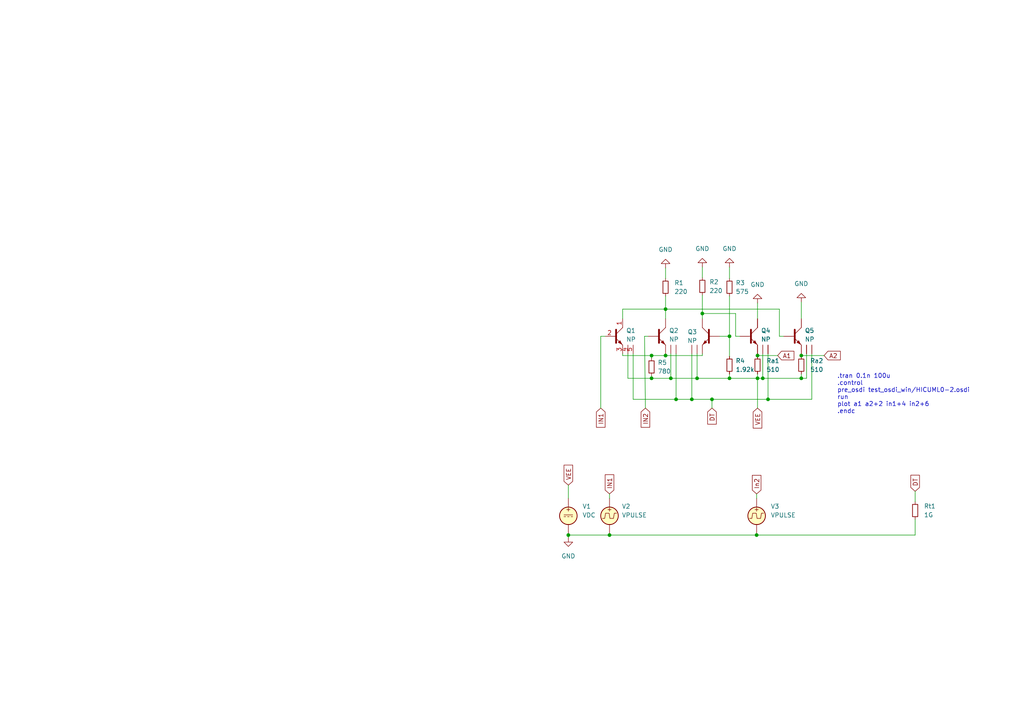
<source format=kicad_sch>
(kicad_sch (version 20211123) (generator eeschema)

  (uuid 35461762-06be-4c9e-bf12-e38db35c4dcf)

  (paper "A4")

  (lib_symbols
    (symbol "BCV61_1" (pin_names (offset 0) hide) (in_bom yes) (on_board yes)
      (property "Reference" "Q1" (id 0) (at 6.096 1.6511 0)
        (effects (font (size 1.27 1.27)) (justify left))
      )
      (property "Value" "NP" (id 1) (at 6.096 -0.8889 0)
        (effects (font (size 1.27 1.27)) (justify left))
      )
      (property "Footprint" "" (id 2) (at 0 0 0)
        (effects (font (size 1.27 1.27) italic) hide)
      )
      (property "Datasheet" "" (id 3) (at -2.54 0 0)
        (effects (font (size 1.27 1.27)) (justify left) hide)
      )
      (property "Spice_Primitive" "Q" (id 4) (at 0 0 0)
        (effects (font (size 1.27 1.27)) hide)
      )
      (property "Spice_Model" "NP" (id 5) (at 0 0 0)
        (effects (font (size 1.27 1.27)) hide)
      )
      (property "Spice_Netlist_Enabled" "Y" (id 6) (at 0 0 0)
        (effects (font (size 1.27 1.27)) hide)
      )
      (property "Spice_Lib_File" "bipmod.lib" (id 7) (at 0 0 0)
        (effects (font (size 1.27 1.27)) hide)
      )
      (property "ki_keywords" "Transistor Double NPN" (id 8) (at 0 0 0)
        (effects (font (size 1.27 1.27)) hide)
      )
      (property "ki_description" "100mA IC, 30V Vce, Double NPN Transistors, Current mirror configuration, SOT-143" (id 9) (at 0 0 0)
        (effects (font (size 1.27 1.27)) hide)
      )
      (property "ki_fp_filters" "SOT?143*" (id 10) (at 0 0 0)
        (effects (font (size 1.27 1.27)) hide)
      )
      (symbol "BCV61_1_0_0"
        (pin passive line (at 6.604 -5.08 90) (length 2.54)
          (name "S" (effects (font (size 1.27 1.27))))
          (number "4" (effects (font (size 1.27 1.27))))
        )
        (pin passive line (at 8.128 -5.08 90) (length 2.54)
          (name "DT" (effects (font (size 1.27 1.27))))
          (number "5" (effects (font (size 1.27 1.27))))
        )
      )
      (symbol "BCV61_1_0_1"
        (polyline
          (pts
            (xy 2.54 0)
            (xy 3.302 0)
          )
          (stroke (width 0.1524) (type default) (color 0 0 0 0))
          (fill (type none))
        )
        (polyline
          (pts
            (xy 5.08 -2.54)
            (xy 3.175 -0.635)
          )
          (stroke (width 0) (type default) (color 0 0 0 0))
          (fill (type none))
        )
        (polyline
          (pts
            (xy 5.08 2.54)
            (xy 3.175 0.635)
          )
          (stroke (width 0) (type default) (color 0 0 0 0))
          (fill (type none))
        )
        (polyline
          (pts
            (xy 3.175 -1.905)
            (xy 3.175 1.905)
            (xy 3.175 1.905)
          )
          (stroke (width 0.508) (type default) (color 0 0 0 0))
          (fill (type outline))
        )
        (polyline
          (pts
            (xy 3.81 -1.778)
            (xy 4.318 -1.27)
            (xy 4.826 -2.286)
            (xy 3.81 -1.778)
            (xy 3.81 -1.778)
          )
          (stroke (width 0) (type default) (color 0 0 0 0))
          (fill (type outline))
        )
      )
      (symbol "BCV61_1_1_1"
        (pin passive line (at 5.08 5.08 270) (length 2.54)
          (name "C" (effects (font (size 1.27 1.27))))
          (number "1" (effects (font (size 1.27 1.27))))
        )
        (pin passive line (at 0 0 0) (length 2.54)
          (name "B" (effects (font (size 1.27 1.27))))
          (number "2" (effects (font (size 1.27 1.27))))
        )
        (pin passive line (at 5.08 -5.08 90) (length 2.54)
          (name "E" (effects (font (size 1.27 1.27))))
          (number "3" (effects (font (size 1.27 1.27))))
        )
      )
    )
    (symbol "Device:R_Small" (pin_numbers hide) (pin_names (offset 0.254) hide) (in_bom yes) (on_board yes)
      (property "Reference" "R" (id 0) (at 0.762 0.508 0)
        (effects (font (size 1.27 1.27)) (justify left))
      )
      (property "Value" "R_Small" (id 1) (at 0.762 -1.016 0)
        (effects (font (size 1.27 1.27)) (justify left))
      )
      (property "Footprint" "" (id 2) (at 0 0 0)
        (effects (font (size 1.27 1.27)) hide)
      )
      (property "Datasheet" "~" (id 3) (at 0 0 0)
        (effects (font (size 1.27 1.27)) hide)
      )
      (property "ki_keywords" "R resistor" (id 4) (at 0 0 0)
        (effects (font (size 1.27 1.27)) hide)
      )
      (property "ki_description" "Resistor, small symbol" (id 5) (at 0 0 0)
        (effects (font (size 1.27 1.27)) hide)
      )
      (property "ki_fp_filters" "R_*" (id 6) (at 0 0 0)
        (effects (font (size 1.27 1.27)) hide)
      )
      (symbol "R_Small_0_1"
        (rectangle (start -0.762 1.778) (end 0.762 -1.778)
          (stroke (width 0.2032) (type default) (color 0 0 0 0))
          (fill (type none))
        )
      )
      (symbol "R_Small_1_1"
        (pin passive line (at 0 2.54 270) (length 0.762)
          (name "~" (effects (font (size 1.27 1.27))))
          (number "1" (effects (font (size 1.27 1.27))))
        )
        (pin passive line (at 0 -2.54 90) (length 0.762)
          (name "~" (effects (font (size 1.27 1.27))))
          (number "2" (effects (font (size 1.27 1.27))))
        )
      )
    )
    (symbol "ECL_Bip:npn" (pin_numbers hide) (pin_names (offset 0) hide) (in_bom yes) (on_board yes)
      (property "Reference" "Q1" (id 0) (at 6.096 1.6511 0)
        (effects (font (size 1.27 1.27)) (justify left))
      )
      (property "Value" "npn" (id 1) (at 6.096 -0.8889 0)
        (effects (font (size 1.27 1.27)) (justify left))
      )
      (property "Footprint" "" (id 2) (at 0 0 0)
        (effects (font (size 1.27 1.27) italic) hide)
      )
      (property "Datasheet" "" (id 3) (at -2.54 0 0)
        (effects (font (size 1.27 1.27)) (justify left) hide)
      )
      (property "Spice_Primitive" "Q" (id 4) (at 0 0 0)
        (effects (font (size 1.27 1.27)) hide)
      )
      (property "Spice_Model" "NP" (id 5) (at 0 0 0)
        (effects (font (size 1.27 1.27)) hide)
      )
      (property "Spice_Netlist_Enabled" "Y" (id 6) (at 0 0 0)
        (effects (font (size 1.27 1.27)) hide)
      )
      (property "Spice_Lib_File" "bipmod.lib" (id 7) (at 0 0 0)
        (effects (font (size 1.27 1.27)) hide)
      )
      (property "ki_keywords" "Transistor Double NPN" (id 8) (at 0 0 0)
        (effects (font (size 1.27 1.27)) hide)
      )
      (property "ki_description" "100mA IC, 30V Vce, Double NPN Transistors, Current mirror configuration, SOT-143" (id 9) (at 0 0 0)
        (effects (font (size 1.27 1.27)) hide)
      )
      (property "ki_fp_filters" "SOT?143*" (id 10) (at 0 0 0)
        (effects (font (size 1.27 1.27)) hide)
      )
      (symbol "npn_0_0"
        (pin passive line (at 6.604 -5.08 90) (length 2.54)
          (name "S" (effects (font (size 1.27 1.27))))
          (number "4" (effects (font (size 1.27 1.27))))
        )
        (pin passive line (at 8.128 -5.08 90) (length 2.54)
          (name "DT" (effects (font (size 1.27 1.27))))
          (number "5" (effects (font (size 1.27 1.27))))
        )
      )
      (symbol "npn_0_1"
        (polyline
          (pts
            (xy 2.54 0)
            (xy 3.302 0)
          )
          (stroke (width 0.1524) (type default) (color 0 0 0 0))
          (fill (type none))
        )
        (polyline
          (pts
            (xy 5.08 -2.54)
            (xy 3.175 -0.635)
          )
          (stroke (width 0) (type default) (color 0 0 0 0))
          (fill (type none))
        )
        (polyline
          (pts
            (xy 5.08 2.54)
            (xy 3.175 0.635)
          )
          (stroke (width 0) (type default) (color 0 0 0 0))
          (fill (type none))
        )
        (polyline
          (pts
            (xy 3.175 -1.905)
            (xy 3.175 1.905)
            (xy 3.175 1.905)
          )
          (stroke (width 0.508) (type default) (color 0 0 0 0))
          (fill (type outline))
        )
        (polyline
          (pts
            (xy 3.81 -1.778)
            (xy 4.318 -1.27)
            (xy 4.826 -2.286)
            (xy 3.81 -1.778)
            (xy 3.81 -1.778)
          )
          (stroke (width 0) (type default) (color 0 0 0 0))
          (fill (type outline))
        )
      )
      (symbol "npn_1_1"
        (pin passive line (at 5.08 5.08 270) (length 2.54)
          (name "C" (effects (font (size 1.27 1.27))))
          (number "1" (effects (font (size 1.27 1.27))))
        )
        (pin passive line (at 0 0 0) (length 2.54)
          (name "B" (effects (font (size 1.27 1.27))))
          (number "2" (effects (font (size 1.27 1.27))))
        )
        (pin passive line (at 5.08 -5.08 90) (length 2.54)
          (name "E" (effects (font (size 1.27 1.27))))
          (number "3" (effects (font (size 1.27 1.27))))
        )
      )
    )
    (symbol "Simulation_SPICE:VDC" (pin_numbers hide) (pin_names (offset 0.0254)) (in_bom yes) (on_board yes)
      (property "Reference" "V" (id 0) (at 2.54 2.54 0)
        (effects (font (size 1.27 1.27)) (justify left))
      )
      (property "Value" "VDC" (id 1) (at 2.54 0 0)
        (effects (font (size 1.27 1.27)) (justify left))
      )
      (property "Footprint" "" (id 2) (at 0 0 0)
        (effects (font (size 1.27 1.27)) hide)
      )
      (property "Datasheet" "~" (id 3) (at 0 0 0)
        (effects (font (size 1.27 1.27)) hide)
      )
      (property "Spice_Netlist_Enabled" "Y" (id 4) (at 0 0 0)
        (effects (font (size 1.27 1.27)) (justify left) hide)
      )
      (property "Spice_Primitive" "V" (id 5) (at 0 0 0)
        (effects (font (size 1.27 1.27)) (justify left) hide)
      )
      (property "Spice_Model" "dc(1)" (id 6) (at 2.54 -2.54 0)
        (effects (font (size 1.27 1.27)) (justify left))
      )
      (property "ki_keywords" "simulation" (id 7) (at 0 0 0)
        (effects (font (size 1.27 1.27)) hide)
      )
      (property "ki_description" "Voltage source, DC" (id 8) (at 0 0 0)
        (effects (font (size 1.27 1.27)) hide)
      )
      (symbol "VDC_0_0"
        (polyline
          (pts
            (xy -1.27 0.254)
            (xy 1.27 0.254)
          )
          (stroke (width 0) (type default) (color 0 0 0 0))
          (fill (type none))
        )
        (polyline
          (pts
            (xy -0.762 -0.254)
            (xy -1.27 -0.254)
          )
          (stroke (width 0) (type default) (color 0 0 0 0))
          (fill (type none))
        )
        (polyline
          (pts
            (xy 0.254 -0.254)
            (xy -0.254 -0.254)
          )
          (stroke (width 0) (type default) (color 0 0 0 0))
          (fill (type none))
        )
        (polyline
          (pts
            (xy 1.27 -0.254)
            (xy 0.762 -0.254)
          )
          (stroke (width 0) (type default) (color 0 0 0 0))
          (fill (type none))
        )
        (text "+" (at 0 1.905 0)
          (effects (font (size 1.27 1.27)))
        )
      )
      (symbol "VDC_0_1"
        (circle (center 0 0) (radius 2.54)
          (stroke (width 0.254) (type default) (color 0 0 0 0))
          (fill (type background))
        )
      )
      (symbol "VDC_1_1"
        (pin passive line (at 0 5.08 270) (length 2.54)
          (name "~" (effects (font (size 1.27 1.27))))
          (number "1" (effects (font (size 1.27 1.27))))
        )
        (pin passive line (at 0 -5.08 90) (length 2.54)
          (name "~" (effects (font (size 1.27 1.27))))
          (number "2" (effects (font (size 1.27 1.27))))
        )
      )
    )
    (symbol "Simulation_SPICE:VPULSE" (pin_numbers hide) (pin_names (offset 0.0254)) (in_bom yes) (on_board yes)
      (property "Reference" "V" (id 0) (at 2.54 2.54 0)
        (effects (font (size 1.27 1.27)) (justify left))
      )
      (property "Value" "VPULSE" (id 1) (at 2.54 0 0)
        (effects (font (size 1.27 1.27)) (justify left))
      )
      (property "Footprint" "" (id 2) (at 0 0 0)
        (effects (font (size 1.27 1.27)) hide)
      )
      (property "Datasheet" "~" (id 3) (at 0 0 0)
        (effects (font (size 1.27 1.27)) hide)
      )
      (property "Spice_Netlist_Enabled" "Y" (id 4) (at 0 0 0)
        (effects (font (size 1.27 1.27)) (justify left) hide)
      )
      (property "Spice_Primitive" "V" (id 5) (at 0 0 0)
        (effects (font (size 1.27 1.27)) (justify left) hide)
      )
      (property "Spice_Model" "pulse(0 1 2n 2n 2n 50n 100n)" (id 6) (at 2.54 -2.54 0)
        (effects (font (size 1.27 1.27)) (justify left))
      )
      (property "ki_keywords" "simulation" (id 7) (at 0 0 0)
        (effects (font (size 1.27 1.27)) hide)
      )
      (property "ki_description" "Voltage source, pulse" (id 8) (at 0 0 0)
        (effects (font (size 1.27 1.27)) hide)
      )
      (symbol "VPULSE_0_0"
        (polyline
          (pts
            (xy -2.032 -0.762)
            (xy -1.397 -0.762)
            (xy -1.143 0.762)
            (xy -0.127 0.762)
            (xy 0.127 -0.762)
            (xy 1.143 -0.762)
            (xy 1.397 0.762)
            (xy 2.032 0.762)
          )
          (stroke (width 0) (type default) (color 0 0 0 0))
          (fill (type none))
        )
        (text "+" (at 0 1.905 0)
          (effects (font (size 1.27 1.27)))
        )
      )
      (symbol "VPULSE_0_1"
        (circle (center 0 0) (radius 2.54)
          (stroke (width 0.254) (type default) (color 0 0 0 0))
          (fill (type background))
        )
      )
      (symbol "VPULSE_1_1"
        (pin passive line (at 0 5.08 270) (length 2.54)
          (name "~" (effects (font (size 1.27 1.27))))
          (number "1" (effects (font (size 1.27 1.27))))
        )
        (pin passive line (at 0 -5.08 90) (length 2.54)
          (name "~" (effects (font (size 1.27 1.27))))
          (number "2" (effects (font (size 1.27 1.27))))
        )
      )
    )
    (symbol "power:GND" (power) (pin_names (offset 0)) (in_bom yes) (on_board yes)
      (property "Reference" "#PWR" (id 0) (at 0 -6.35 0)
        (effects (font (size 1.27 1.27)) hide)
      )
      (property "Value" "GND" (id 1) (at 0 -3.81 0)
        (effects (font (size 1.27 1.27)))
      )
      (property "Footprint" "" (id 2) (at 0 0 0)
        (effects (font (size 1.27 1.27)) hide)
      )
      (property "Datasheet" "" (id 3) (at 0 0 0)
        (effects (font (size 1.27 1.27)) hide)
      )
      (property "ki_keywords" "power-flag" (id 4) (at 0 0 0)
        (effects (font (size 1.27 1.27)) hide)
      )
      (property "ki_description" "Power symbol creates a global label with name \"GND\" , ground" (id 5) (at 0 0 0)
        (effects (font (size 1.27 1.27)) hide)
      )
      (symbol "GND_0_1"
        (polyline
          (pts
            (xy 0 0)
            (xy 0 -1.27)
            (xy 1.27 -1.27)
            (xy 0 -2.54)
            (xy -1.27 -1.27)
            (xy 0 -1.27)
          )
          (stroke (width 0) (type default) (color 0 0 0 0))
          (fill (type none))
        )
      )
      (symbol "GND_1_1"
        (pin power_in line (at 0 0 270) (length 0) hide
          (name "GND" (effects (font (size 1.27 1.27))))
          (number "1" (effects (font (size 1.27 1.27))))
        )
      )
    )
  )

  (junction (at 211.582 97.536) (diameter 0) (color 0 0 0 0)
    (uuid 0684d741-5ff3-4114-8c9b-84389e30d30f)
  )
  (junction (at 232.41 103.124) (diameter 0) (color 0 0 0 0)
    (uuid 0f5b0a0e-2d33-4722-bea5-0ee7b2154aae)
  )
  (junction (at 222.758 115.824) (diameter 0) (color 0 0 0 0)
    (uuid 1c4a66e8-d928-4d31-874c-58cf83672eee)
  )
  (junction (at 219.71 109.728) (diameter 0) (color 0 0 0 0)
    (uuid 2dc5d3f4-3fa9-432c-8e3b-cd2e42e99027)
  )
  (junction (at 200.66 115.824) (diameter 0) (color 0 0 0 0)
    (uuid 2dec6fc6-7b8d-437b-a1d0-24f0b89ec767)
  )
  (junction (at 202.184 109.728) (diameter 0) (color 0 0 0 0)
    (uuid 3bb1dfb1-f615-4071-acc3-a2d879574938)
  )
  (junction (at 221.234 109.728) (diameter 0) (color 0 0 0 0)
    (uuid 4a27f3c0-82d8-4823-a7b1-c119f4ffdd9b)
  )
  (junction (at 219.71 103.124) (diameter 0) (color 0 0 0 0)
    (uuid 6789eec5-9cc2-4f81-b1aa-eebbdf94146a)
  )
  (junction (at 196.088 115.824) (diameter 0) (color 0 0 0 0)
    (uuid 6d60b219-67de-4346-85ee-060ef6a9e05d)
  )
  (junction (at 193.04 89.662) (diameter 0) (color 0 0 0 0)
    (uuid 7a00e1f5-29a9-427b-a9f8-60675cc94767)
  )
  (junction (at 194.564 109.728) (diameter 0) (color 0 0 0 0)
    (uuid 826b4187-bc5e-4fec-8662-6c167311f3a4)
  )
  (junction (at 188.976 103.124) (diameter 0) (color 0 0 0 0)
    (uuid 977f267b-8005-426f-87c6-c23217c4f0e6)
  )
  (junction (at 232.41 109.728) (diameter 0) (color 0 0 0 0)
    (uuid aec51f6b-1185-4684-b79a-4ab685883505)
  )
  (junction (at 211.582 109.728) (diameter 0) (color 0 0 0 0)
    (uuid b5803199-ec78-4352-a6a1-61cfc605bfee)
  )
  (junction (at 188.976 109.728) (diameter 0) (color 0 0 0 0)
    (uuid b9f6c0eb-1281-469e-a359-57f089bd3ec6)
  )
  (junction (at 164.846 155.194) (diameter 0) (color 0 0 0 0)
    (uuid c032682d-47de-4a10-9147-1cd2a9cdea56)
  )
  (junction (at 193.04 103.124) (diameter 0) (color 0 0 0 0)
    (uuid c40b1ba9-2a4a-45d3-ab1c-91a0879cd2d5)
  )
  (junction (at 219.456 155.194) (diameter 0) (color 0 0 0 0)
    (uuid c97dec4d-8752-43c1-a7fd-03ba9f51b386)
  )
  (junction (at 176.784 155.194) (diameter 0) (color 0 0 0 0)
    (uuid d2af3abd-0806-427e-8618-d703b8c9612e)
  )
  (junction (at 206.502 115.824) (diameter 0) (color 0 0 0 0)
    (uuid d2ff4cf1-bfff-4493-86cf-b5063aa3abf7)
  )
  (junction (at 203.708 90.932) (diameter 0) (color 0 0 0 0)
    (uuid f6736668-3e7e-4f0c-b6f7-e15841520f4c)
  )

  (wire (pts (xy 219.456 155.194) (xy 265.43 155.194))
    (stroke (width 0) (type default) (color 0 0 0 0))
    (uuid 00875483-45c3-4f98-b24c-849b009291fa)
  )
  (wire (pts (xy 180.594 89.662) (xy 193.04 89.662))
    (stroke (width 0) (type default) (color 0 0 0 0))
    (uuid 0980cd28-657b-4351-875b-7204fef53cdc)
  )
  (wire (pts (xy 219.71 109.728) (xy 221.234 109.728))
    (stroke (width 0) (type default) (color 0 0 0 0))
    (uuid 194ef384-fc2d-47db-afeb-5c7a2f4e2828)
  )
  (wire (pts (xy 206.502 115.824) (xy 222.758 115.824))
    (stroke (width 0) (type default) (color 0 0 0 0))
    (uuid 1a68afa9-6952-45b5-bc3d-559f2a01ff3d)
  )
  (wire (pts (xy 211.582 97.536) (xy 211.582 103.378))
    (stroke (width 0) (type default) (color 0 0 0 0))
    (uuid 264ebba5-4ffd-419b-aadd-06555a2786ee)
  )
  (wire (pts (xy 187.96 97.536) (xy 186.944 97.536))
    (stroke (width 0) (type default) (color 0 0 0 0))
    (uuid 2a7e2903-744c-41c8-95ec-8b8905df9452)
  )
  (wire (pts (xy 265.43 155.194) (xy 265.43 150.622))
    (stroke (width 0) (type default) (color 0 0 0 0))
    (uuid 2bab882c-c2dd-4089-8141-21586ce321ea)
  )
  (wire (pts (xy 200.66 115.824) (xy 200.66 102.616))
    (stroke (width 0) (type default) (color 0 0 0 0))
    (uuid 2e8816fb-0fdc-4586-ab7d-784e5dba36e3)
  )
  (wire (pts (xy 193.04 85.852) (xy 193.04 89.662))
    (stroke (width 0) (type default) (color 0 0 0 0))
    (uuid 35066d8c-477a-4d75-90af-e6f8d321ab57)
  )
  (wire (pts (xy 183.642 115.824) (xy 196.088 115.824))
    (stroke (width 0) (type default) (color 0 0 0 0))
    (uuid 39f9f534-b057-4f7f-b086-714f2db90f75)
  )
  (wire (pts (xy 182.118 109.728) (xy 182.118 102.616))
    (stroke (width 0) (type default) (color 0 0 0 0))
    (uuid 3ad13eb3-7049-4c1c-9df4-8f9faafcc99a)
  )
  (wire (pts (xy 233.934 109.728) (xy 232.41 109.728))
    (stroke (width 0) (type default) (color 0 0 0 0))
    (uuid 42c14f0d-fed8-493b-af00-2bc97096cb26)
  )
  (wire (pts (xy 232.41 87.63) (xy 232.41 92.456))
    (stroke (width 0) (type default) (color 0 0 0 0))
    (uuid 454714c2-928c-4bc1-af8a-2c59293d8dfd)
  )
  (wire (pts (xy 193.04 89.662) (xy 193.04 92.456))
    (stroke (width 0) (type default) (color 0 0 0 0))
    (uuid 46edf374-53b6-423b-97e9-9d65c8088419)
  )
  (wire (pts (xy 211.582 97.536) (xy 208.788 97.536))
    (stroke (width 0) (type default) (color 0 0 0 0))
    (uuid 4a054c66-107b-4603-8ab6-598a91eaf473)
  )
  (wire (pts (xy 219.71 108.458) (xy 219.71 109.728))
    (stroke (width 0) (type default) (color 0 0 0 0))
    (uuid 5192b0a4-f24a-4762-a05c-510c5aca5325)
  )
  (wire (pts (xy 219.71 109.728) (xy 211.582 109.728))
    (stroke (width 0) (type default) (color 0 0 0 0))
    (uuid 5494df99-b290-48a3-a953-2ab75c0261df)
  )
  (wire (pts (xy 232.41 108.458) (xy 232.41 109.728))
    (stroke (width 0) (type default) (color 0 0 0 0))
    (uuid 5b6d5e91-1947-462a-be34-20736206de55)
  )
  (wire (pts (xy 164.846 154.686) (xy 164.846 155.194))
    (stroke (width 0) (type default) (color 0 0 0 0))
    (uuid 5b922453-3207-4dc8-877f-f7b38e19f028)
  )
  (wire (pts (xy 232.41 103.124) (xy 232.41 103.378))
    (stroke (width 0) (type default) (color 0 0 0 0))
    (uuid 6708201b-f564-4f7e-904a-61e7009295b1)
  )
  (wire (pts (xy 226.06 89.662) (xy 226.06 97.536))
    (stroke (width 0) (type default) (color 0 0 0 0))
    (uuid 6a131af5-0560-4692-a7f2-203cb05be847)
  )
  (wire (pts (xy 221.234 102.616) (xy 221.234 109.728))
    (stroke (width 0) (type default) (color 0 0 0 0))
    (uuid 6b52408f-c0c4-41a5-987a-a8aca978b1d3)
  )
  (wire (pts (xy 196.088 115.824) (xy 196.088 102.616))
    (stroke (width 0) (type default) (color 0 0 0 0))
    (uuid 6c5d2c2e-45f3-4c91-bdb9-bcaa58739e40)
  )
  (wire (pts (xy 183.642 102.616) (xy 183.642 115.824))
    (stroke (width 0) (type default) (color 0 0 0 0))
    (uuid 710a97fd-b511-47c3-8ea3-2d211732e704)
  )
  (wire (pts (xy 188.976 109.728) (xy 188.976 108.966))
    (stroke (width 0) (type default) (color 0 0 0 0))
    (uuid 71c7c9f9-d025-4107-af85-596f6c4681dc)
  )
  (wire (pts (xy 219.71 87.884) (xy 219.71 92.456))
    (stroke (width 0) (type default) (color 0 0 0 0))
    (uuid 747dc897-212b-4ea3-b259-e36156f033da)
  )
  (wire (pts (xy 194.564 102.616) (xy 194.564 109.728))
    (stroke (width 0) (type default) (color 0 0 0 0))
    (uuid 780a117b-871b-4189-a953-7679fcbb961b)
  )
  (wire (pts (xy 213.36 97.536) (xy 214.63 97.536))
    (stroke (width 0) (type default) (color 0 0 0 0))
    (uuid 7b14a69f-01af-4491-a9ef-bce227daad57)
  )
  (wire (pts (xy 203.708 90.932) (xy 213.36 90.932))
    (stroke (width 0) (type default) (color 0 0 0 0))
    (uuid 7d760369-7e70-46a5-abd0-9417084adba9)
  )
  (wire (pts (xy 193.04 103.124) (xy 193.04 102.616))
    (stroke (width 0) (type default) (color 0 0 0 0))
    (uuid 8253ae55-9c6b-41a9-bb61-5816ef6c8ab1)
  )
  (wire (pts (xy 232.41 103.124) (xy 239.014 103.124))
    (stroke (width 0) (type default) (color 0 0 0 0))
    (uuid 82bb12db-a3cd-4661-8175-d4bdaf95e604)
  )
  (wire (pts (xy 176.784 154.686) (xy 176.784 155.194))
    (stroke (width 0) (type default) (color 0 0 0 0))
    (uuid 95d8701b-63b2-4acb-926c-658ec8beccb4)
  )
  (wire (pts (xy 233.934 102.616) (xy 233.934 109.728))
    (stroke (width 0) (type default) (color 0 0 0 0))
    (uuid 9633644f-d362-46f7-9f7f-b645ea922d1b)
  )
  (wire (pts (xy 219.71 102.616) (xy 219.71 103.124))
    (stroke (width 0) (type default) (color 0 0 0 0))
    (uuid 96478ee1-1037-4845-aebe-86162d2a90d0)
  )
  (wire (pts (xy 203.708 90.932) (xy 203.708 92.456))
    (stroke (width 0) (type default) (color 0 0 0 0))
    (uuid 978f2183-d993-4343-8521-f608c3c99040)
  )
  (wire (pts (xy 219.456 154.686) (xy 219.456 155.194))
    (stroke (width 0) (type default) (color 0 0 0 0))
    (uuid 9c2c6c9b-b12b-4e05-8ada-b62656a14f3b)
  )
  (wire (pts (xy 221.234 109.728) (xy 232.41 109.728))
    (stroke (width 0) (type default) (color 0 0 0 0))
    (uuid 9fe9d75a-77e1-4fe2-8361-ccaa857004a8)
  )
  (wire (pts (xy 232.41 102.616) (xy 232.41 103.124))
    (stroke (width 0) (type default) (color 0 0 0 0))
    (uuid a022980e-e493-4b77-993e-3a7697f738fd)
  )
  (wire (pts (xy 175.514 97.536) (xy 174.244 97.536))
    (stroke (width 0) (type default) (color 0 0 0 0))
    (uuid a1339963-7d04-482b-87c3-6c6fbe25a00a)
  )
  (wire (pts (xy 174.244 97.536) (xy 174.244 118.364))
    (stroke (width 0) (type default) (color 0 0 0 0))
    (uuid a71af2e6-5b3e-440d-a645-5cb65d91efdd)
  )
  (wire (pts (xy 211.582 77.47) (xy 211.582 80.772))
    (stroke (width 0) (type default) (color 0 0 0 0))
    (uuid a738165e-4efb-4d05-8209-2f9ec8d7c031)
  )
  (wire (pts (xy 176.784 155.194) (xy 219.456 155.194))
    (stroke (width 0) (type default) (color 0 0 0 0))
    (uuid a7a542ae-7326-4871-b67a-e969c1c06c75)
  )
  (wire (pts (xy 211.582 109.728) (xy 202.184 109.728))
    (stroke (width 0) (type default) (color 0 0 0 0))
    (uuid ab8e9d6b-045d-4844-8c2e-27bf11d6113a)
  )
  (wire (pts (xy 164.846 155.194) (xy 164.846 155.956))
    (stroke (width 0) (type default) (color 0 0 0 0))
    (uuid acb8d099-301c-4668-9f33-fa5ebff3f3e4)
  )
  (wire (pts (xy 186.944 97.536) (xy 187.198 118.364))
    (stroke (width 0) (type default) (color 0 0 0 0))
    (uuid ae36b0bd-754f-4116-85d6-a7bcb6314393)
  )
  (wire (pts (xy 180.594 103.124) (xy 180.594 102.616))
    (stroke (width 0) (type default) (color 0 0 0 0))
    (uuid b0dcc757-94a1-4a2d-b743-8e153bde75c9)
  )
  (wire (pts (xy 219.71 103.124) (xy 219.71 103.378))
    (stroke (width 0) (type default) (color 0 0 0 0))
    (uuid b1021bb3-e398-42cc-a993-6aa705345fa4)
  )
  (wire (pts (xy 219.71 109.728) (xy 219.71 118.364))
    (stroke (width 0) (type default) (color 0 0 0 0))
    (uuid b388f4ae-22bc-4cc1-b638-64ba5596e2b8)
  )
  (wire (pts (xy 180.594 92.456) (xy 180.594 89.662))
    (stroke (width 0) (type default) (color 0 0 0 0))
    (uuid b3ec92e6-87f6-41e5-84e8-b6e8b471e189)
  )
  (wire (pts (xy 188.976 109.728) (xy 182.118 109.728))
    (stroke (width 0) (type default) (color 0 0 0 0))
    (uuid b57939ca-e2bc-4816-8109-0fb3ce49001c)
  )
  (wire (pts (xy 222.758 115.824) (xy 222.758 102.616))
    (stroke (width 0) (type default) (color 0 0 0 0))
    (uuid b8c6ea50-b015-4911-8293-28cb56aa096e)
  )
  (wire (pts (xy 235.458 102.616) (xy 235.458 115.824))
    (stroke (width 0) (type default) (color 0 0 0 0))
    (uuid b8df777a-b286-46cc-926f-84b9c8c73fc6)
  )
  (wire (pts (xy 202.184 109.728) (xy 194.564 109.728))
    (stroke (width 0) (type default) (color 0 0 0 0))
    (uuid bbefcbbb-1436-4b2f-850c-283bab6c9775)
  )
  (wire (pts (xy 206.502 115.824) (xy 206.502 118.364))
    (stroke (width 0) (type default) (color 0 0 0 0))
    (uuid c061bc3e-77a9-48f1-a2cf-cc8a73dcdb68)
  )
  (wire (pts (xy 164.846 140.716) (xy 164.846 144.526))
    (stroke (width 0) (type default) (color 0 0 0 0))
    (uuid c29503b5-f484-4e25-8e55-afb2efffb67c)
  )
  (wire (pts (xy 211.582 109.728) (xy 211.582 108.458))
    (stroke (width 0) (type default) (color 0 0 0 0))
    (uuid c4062a06-3f48-4a44-a16c-56729b1d41b8)
  )
  (wire (pts (xy 211.582 85.852) (xy 211.582 97.536))
    (stroke (width 0) (type default) (color 0 0 0 0))
    (uuid c620e686-e209-401f-a088-062c044822be)
  )
  (wire (pts (xy 219.71 103.124) (xy 225.552 103.124))
    (stroke (width 0) (type default) (color 0 0 0 0))
    (uuid c806b44f-3fcb-4e3a-8480-b995873ff343)
  )
  (wire (pts (xy 202.184 102.616) (xy 202.184 109.728))
    (stroke (width 0) (type default) (color 0 0 0 0))
    (uuid cc4550e1-1f49-4910-a194-2c8759e14836)
  )
  (wire (pts (xy 235.458 115.824) (xy 222.758 115.824))
    (stroke (width 0) (type default) (color 0 0 0 0))
    (uuid ccd3dfc1-2d1a-4df7-b0cb-c6c46bcee948)
  )
  (wire (pts (xy 193.04 103.124) (xy 188.976 103.124))
    (stroke (width 0) (type default) (color 0 0 0 0))
    (uuid cd77e026-a1bc-42fc-b0ab-6be2477fb437)
  )
  (wire (pts (xy 219.456 143.256) (xy 219.456 144.526))
    (stroke (width 0) (type default) (color 0 0 0 0))
    (uuid d2f0ac22-e239-41a2-ac02-2a7cdc2c5a73)
  )
  (wire (pts (xy 193.04 89.662) (xy 226.06 89.662))
    (stroke (width 0) (type default) (color 0 0 0 0))
    (uuid d33ea947-5d19-43fd-ae21-c296b5a127b0)
  )
  (wire (pts (xy 176.784 143.256) (xy 176.784 144.526))
    (stroke (width 0) (type default) (color 0 0 0 0))
    (uuid d6379ce4-bd15-4963-96ea-658aa90f8554)
  )
  (wire (pts (xy 213.36 90.932) (xy 213.36 97.536))
    (stroke (width 0) (type default) (color 0 0 0 0))
    (uuid d6db51e1-ff9a-4d86-8d14-d97269dbacd5)
  )
  (wire (pts (xy 200.66 115.824) (xy 206.502 115.824))
    (stroke (width 0) (type default) (color 0 0 0 0))
    (uuid d7606e16-52c0-48db-a807-deca8d3b915b)
  )
  (wire (pts (xy 203.708 103.124) (xy 193.04 103.124))
    (stroke (width 0) (type default) (color 0 0 0 0))
    (uuid d9fde6f0-f0e7-446b-8742-f3b073e30057)
  )
  (wire (pts (xy 188.976 103.124) (xy 180.594 103.124))
    (stroke (width 0) (type default) (color 0 0 0 0))
    (uuid e0dd8784-17fd-4c99-9956-cdb78619821b)
  )
  (wire (pts (xy 194.564 109.728) (xy 188.976 109.728))
    (stroke (width 0) (type default) (color 0 0 0 0))
    (uuid e103adbf-6b0d-4b39-b5f2-3016da9ef383)
  )
  (wire (pts (xy 265.43 142.494) (xy 265.43 145.542))
    (stroke (width 0) (type default) (color 0 0 0 0))
    (uuid eb07d369-ebbc-4a56-9ab4-1fee43df9d11)
  )
  (wire (pts (xy 188.976 103.124) (xy 188.976 103.886))
    (stroke (width 0) (type default) (color 0 0 0 0))
    (uuid ee122051-37ad-4804-a8fc-db971d84a97f)
  )
  (wire (pts (xy 196.088 115.824) (xy 200.66 115.824))
    (stroke (width 0) (type default) (color 0 0 0 0))
    (uuid ef5bf0c8-502a-47fa-a257-f12e162e4368)
  )
  (wire (pts (xy 164.846 155.194) (xy 176.784 155.194))
    (stroke (width 0) (type default) (color 0 0 0 0))
    (uuid f2c69301-a926-4d63-a063-8e4e289b909a)
  )
  (wire (pts (xy 203.708 85.598) (xy 203.708 90.932))
    (stroke (width 0) (type default) (color 0 0 0 0))
    (uuid f4d3811e-5a5d-4c86-bf3d-c6b617ad8b12)
  )
  (wire (pts (xy 226.06 97.536) (xy 227.33 97.536))
    (stroke (width 0) (type default) (color 0 0 0 0))
    (uuid f4f561ee-e7b9-439e-91d0-6b709a5aa857)
  )
  (wire (pts (xy 203.708 77.47) (xy 203.708 80.518))
    (stroke (width 0) (type default) (color 0 0 0 0))
    (uuid f5d37240-2260-4788-8af9-d39be49ac5bd)
  )
  (wire (pts (xy 193.04 77.724) (xy 193.04 80.772))
    (stroke (width 0) (type default) (color 0 0 0 0))
    (uuid fa25abe0-25a2-478d-8725-f2a26e34d449)
  )
  (wire (pts (xy 203.708 102.616) (xy 203.708 103.124))
    (stroke (width 0) (type default) (color 0 0 0 0))
    (uuid fffeed8b-d6ec-4440-8197-319371f73fce)
  )

  (text ".tran 0.1n 100u\n.control\npre_osdi test_osdi_win/HICUML0-2.osdi\nrun\nplot a1 a2+2 in1+4 in2+6\n.endc"
    (at 242.824 120.142 0)
    (effects (font (size 1.27 1.27)) (justify left bottom))
    (uuid be5001b9-96d7-45a3-8a97-97b78d9916ae)
  )

  (global_label "VEE" (shape input) (at 219.71 118.364 270) (fields_autoplaced)
    (effects (font (size 1.27 1.27)) (justify right))
    (uuid 07c01282-5899-49fa-91f7-32420704d9c4)
    (property "Intersheet References" "${INTERSHEET_REFS}" (id 0) (at 219.6306 124.1638 90)
      (effects (font (size 1.27 1.27)) (justify right) hide)
    )
  )
  (global_label "IN1" (shape input) (at 176.784 143.256 90) (fields_autoplaced)
    (effects (font (size 1.27 1.27)) (justify left))
    (uuid 154eb211-ce53-4ea9-9f2d-6fba4a3e83a0)
    (property "Intersheet References" "${INTERSHEET_REFS}" (id 0) (at 176.7046 137.6981 90)
      (effects (font (size 1.27 1.27)) (justify left) hide)
    )
  )
  (global_label "A2" (shape input) (at 239.014 103.124 0) (fields_autoplaced)
    (effects (font (size 1.27 1.27)) (justify left))
    (uuid 6093cbaa-69df-402a-9e44-91fb620fd8d2)
    (property "Intersheet References" "${INTERSHEET_REFS}" (id 0) (at 243.7252 103.0446 0)
      (effects (font (size 1.27 1.27)) (justify left) hide)
    )
  )
  (global_label "IN2" (shape input) (at 187.198 118.364 270) (fields_autoplaced)
    (effects (font (size 1.27 1.27)) (justify right))
    (uuid 7f854fcb-3aaf-48b7-b542-17092e3647ee)
    (property "Intersheet References" "${INTERSHEET_REFS}" (id 0) (at 187.1186 123.9219 90)
      (effects (font (size 1.27 1.27)) (justify right) hide)
    )
  )
  (global_label "A1" (shape input) (at 225.552 103.124 0) (fields_autoplaced)
    (effects (font (size 1.27 1.27)) (justify left))
    (uuid a19bf3a5-3d1b-4847-8fae-ac1a627f073c)
    (property "Intersheet References" "${INTERSHEET_REFS}" (id 0) (at 230.2632 103.0446 0)
      (effects (font (size 1.27 1.27)) (justify left) hide)
    )
  )
  (global_label "IN1" (shape input) (at 174.244 118.364 270) (fields_autoplaced)
    (effects (font (size 1.27 1.27)) (justify right))
    (uuid a73c7562-483f-442c-a3d3-4869263c99e5)
    (property "Intersheet References" "${INTERSHEET_REFS}" (id 0) (at 174.1646 123.9219 90)
      (effects (font (size 1.27 1.27)) (justify right) hide)
    )
  )
  (global_label "VEE" (shape input) (at 164.846 140.716 90) (fields_autoplaced)
    (effects (font (size 1.27 1.27)) (justify left))
    (uuid bc1254e5-2018-4efe-a490-340ac9b4ff4e)
    (property "Intersheet References" "${INTERSHEET_REFS}" (id 0) (at 164.7666 134.9162 90)
      (effects (font (size 1.27 1.27)) (justify left) hide)
    )
  )
  (global_label "In2" (shape input) (at 219.456 143.256 90) (fields_autoplaced)
    (effects (font (size 1.27 1.27)) (justify left))
    (uuid c0d8747d-bf8f-4cd3-8dc0-e481af2a340e)
    (property "Intersheet References" "${INTERSHEET_REFS}" (id 0) (at 219.3766 137.8796 90)
      (effects (font (size 1.27 1.27)) (justify left) hide)
    )
  )
  (global_label "DT" (shape input) (at 265.43 142.494 90) (fields_autoplaced)
    (effects (font (size 1.27 1.27)) (justify left))
    (uuid ea3f90d9-c459-46f2-90bf-7f46827bc345)
    (property "Intersheet References" "${INTERSHEET_REFS}" (id 0) (at 265.3506 137.8433 90)
      (effects (font (size 1.27 1.27)) (justify left) hide)
    )
  )
  (global_label "DT" (shape input) (at 206.502 118.364 270) (fields_autoplaced)
    (effects (font (size 1.27 1.27)) (justify right))
    (uuid eb7be673-372a-4d9c-b42e-f4d585b3d45b)
    (property "Intersheet References" "${INTERSHEET_REFS}" (id 0) (at 206.4226 123.0147 90)
      (effects (font (size 1.27 1.27)) (justify right) hide)
    )
  )

  (symbol (lib_id "Device:R_Small") (at 203.708 83.058 0) (unit 1)
    (in_bom yes) (on_board yes) (fields_autoplaced)
    (uuid 07af1f29-1888-4a12-ba0c-3b04a98ff3ab)
    (property "Reference" "R2" (id 0) (at 205.74 81.7879 0)
      (effects (font (size 1.27 1.27)) (justify left))
    )
    (property "Value" "220" (id 1) (at 205.74 84.3279 0)
      (effects (font (size 1.27 1.27)) (justify left))
    )
    (property "Footprint" "" (id 2) (at 203.708 83.058 0)
      (effects (font (size 1.27 1.27)) hide)
    )
    (property "Datasheet" "~" (id 3) (at 203.708 83.058 0)
      (effects (font (size 1.27 1.27)) hide)
    )
    (pin "1" (uuid 4cfde9d8-598a-4be1-8bc3-72c27256127f))
    (pin "2" (uuid f9cd60f2-fdaa-44ee-baf3-7c09d9495434))
  )

  (symbol (lib_id "ECL_Bip:npn") (at 187.96 97.536 0) (unit 1)
    (in_bom yes) (on_board yes) (fields_autoplaced)
    (uuid 08fbd7e7-16ff-408c-8cd3-972114d11d33)
    (property "Reference" "Q2" (id 0) (at 194.056 95.8849 0)
      (effects (font (size 1.27 1.27)) (justify left))
    )
    (property "Value" "NP" (id 1) (at 194.056 98.4249 0)
      (effects (font (size 1.27 1.27)) (justify left))
    )
    (property "Footprint" "" (id 2) (at 187.96 97.536 0)
      (effects (font (size 1.27 1.27) italic) hide)
    )
    (property "Datasheet" "" (id 3) (at 185.42 97.536 0)
      (effects (font (size 1.27 1.27)) (justify left) hide)
    )
    (property "Spice_Primitive" "X" (id 4) (at 187.96 97.536 0)
      (effects (font (size 1.27 1.27)) hide)
    )
    (property "Spice_Model" "hicumL0V1p1_c_sbt" (id 5) (at 187.96 97.536 0)
      (effects (font (size 1.27 1.27)) hide)
    )
    (property "Spice_Netlist_Enabled" "Y" (id 6) (at 187.96 97.536 0)
      (effects (font (size 1.27 1.27)) hide)
    )
    (property "Spice_Lib_File" "model-card-hicumL0V1p11_mod.lib" (id 7) (at 187.96 97.536 0)
      (effects (font (size 1.27 1.27)) hide)
    )
    (pin "4" (uuid f11ebe79-902d-47f0-99c2-7adbb580de22))
    (pin "5" (uuid 1f8cf7c4-ddb1-4b2c-b0c3-1de965886f87))
    (pin "1" (uuid 9235a7c1-c054-4f4a-bd39-25068b810374))
    (pin "2" (uuid dac98dbe-c789-44ae-8eca-f4e25a106326))
    (pin "3" (uuid fd32c3e8-58ef-4ae2-b356-183c6513c053))
  )

  (symbol (lib_id "ECL_Bip:npn") (at 208.788 97.536 0) (mirror y) (unit 1)
    (in_bom yes) (on_board yes) (fields_autoplaced)
    (uuid 1139407a-c174-4d8e-9829-92fabdd4634a)
    (property "Reference" "Q3" (id 0) (at 202.184 96.2659 0)
      (effects (font (size 1.27 1.27)) (justify left))
    )
    (property "Value" "NP" (id 1) (at 202.184 98.8059 0)
      (effects (font (size 1.27 1.27)) (justify left))
    )
    (property "Footprint" "" (id 2) (at 208.788 97.536 0)
      (effects (font (size 1.27 1.27) italic) hide)
    )
    (property "Datasheet" "" (id 3) (at 211.328 97.536 0)
      (effects (font (size 1.27 1.27)) (justify left) hide)
    )
    (property "Spice_Primitive" "X" (id 4) (at 208.788 97.536 0)
      (effects (font (size 1.27 1.27)) hide)
    )
    (property "Spice_Model" "hicumL0V1p1_c_sbt" (id 5) (at 208.788 97.536 0)
      (effects (font (size 1.27 1.27)) hide)
    )
    (property "Spice_Netlist_Enabled" "Y" (id 6) (at 208.788 97.536 0)
      (effects (font (size 1.27 1.27)) hide)
    )
    (property "Spice_Lib_File" "model-card-hicumL0V1p11_mod.lib" (id 7) (at 208.788 97.536 0)
      (effects (font (size 1.27 1.27)) hide)
    )
    (pin "4" (uuid ba57784c-be23-47ec-9a64-6546cb680975))
    (pin "5" (uuid 69b1ad8e-52ff-4d61-8120-1595cd2211bd))
    (pin "1" (uuid 6f0c238a-59df-4e51-aeda-4bbe83d8c6d7))
    (pin "2" (uuid 56231d4e-76b7-4b8e-8703-801b9a8f4a89))
    (pin "3" (uuid ebe8bd5a-76d9-4ba1-93e4-4ef6682bdb7d))
  )

  (symbol (lib_id "Device:R_Small") (at 211.582 83.312 0) (unit 1)
    (in_bom yes) (on_board yes) (fields_autoplaced)
    (uuid 115b1f18-cb1a-4a19-8f8d-5eb6633801c0)
    (property "Reference" "R3" (id 0) (at 213.36 82.0419 0)
      (effects (font (size 1.27 1.27)) (justify left))
    )
    (property "Value" "575" (id 1) (at 213.36 84.5819 0)
      (effects (font (size 1.27 1.27)) (justify left))
    )
    (property "Footprint" "" (id 2) (at 211.582 83.312 0)
      (effects (font (size 1.27 1.27)) hide)
    )
    (property "Datasheet" "~" (id 3) (at 211.582 83.312 0)
      (effects (font (size 1.27 1.27)) hide)
    )
    (pin "1" (uuid ea3a0bf2-4a74-4761-ba3b-7210fcfff083))
    (pin "2" (uuid 8714f378-44a9-456f-bbbc-55a092c2bee4))
  )

  (symbol (lib_id "power:GND") (at 232.41 87.63 0) (mirror x) (unit 1)
    (in_bom yes) (on_board yes) (fields_autoplaced)
    (uuid 1524bd1d-dbcc-4cc5-957b-65e883b9e281)
    (property "Reference" "#PWR06" (id 0) (at 232.41 81.28 0)
      (effects (font (size 1.27 1.27)) hide)
    )
    (property "Value" "GND" (id 1) (at 232.41 82.296 0))
    (property "Footprint" "" (id 2) (at 232.41 87.63 0)
      (effects (font (size 1.27 1.27)) hide)
    )
    (property "Datasheet" "" (id 3) (at 232.41 87.63 0)
      (effects (font (size 1.27 1.27)) hide)
    )
    (pin "1" (uuid 5b7e755e-55d2-45a1-bc39-fedf91567987))
  )

  (symbol (lib_id "power:GND") (at 193.04 77.724 0) (mirror x) (unit 1)
    (in_bom yes) (on_board yes) (fields_autoplaced)
    (uuid 48c56c9e-b5df-4762-a850-83acfeeaf1f1)
    (property "Reference" "#PWR02" (id 0) (at 193.04 71.374 0)
      (effects (font (size 1.27 1.27)) hide)
    )
    (property "Value" "GND" (id 1) (at 193.04 72.39 0))
    (property "Footprint" "" (id 2) (at 193.04 77.724 0)
      (effects (font (size 1.27 1.27)) hide)
    )
    (property "Datasheet" "" (id 3) (at 193.04 77.724 0)
      (effects (font (size 1.27 1.27)) hide)
    )
    (pin "1" (uuid c0566903-783c-401a-abc0-74a070e41595))
  )

  (symbol (lib_id "Device:R_Small") (at 193.04 83.312 0) (unit 1)
    (in_bom yes) (on_board yes) (fields_autoplaced)
    (uuid 4b767d33-cd35-4773-b877-3aaab58a92f1)
    (property "Reference" "R1" (id 0) (at 195.58 82.0419 0)
      (effects (font (size 1.27 1.27)) (justify left))
    )
    (property "Value" "220" (id 1) (at 195.58 84.5819 0)
      (effects (font (size 1.27 1.27)) (justify left))
    )
    (property "Footprint" "" (id 2) (at 193.04 83.312 0)
      (effects (font (size 1.27 1.27)) hide)
    )
    (property "Datasheet" "~" (id 3) (at 193.04 83.312 0)
      (effects (font (size 1.27 1.27)) hide)
    )
    (pin "1" (uuid 4b230b21-3aab-4f04-b916-be0fd57f7619))
    (pin "2" (uuid 6b5648bc-dab2-4885-82b5-d37c1aecabe6))
  )

  (symbol (lib_id "Device:R_Small") (at 219.71 105.918 0) (unit 1)
    (in_bom yes) (on_board yes) (fields_autoplaced)
    (uuid 5516850d-40af-4d07-8f64-0351b6a84c2b)
    (property "Reference" "Ra1" (id 0) (at 222.25 104.6479 0)
      (effects (font (size 1.27 1.27)) (justify left))
    )
    (property "Value" "510" (id 1) (at 222.25 107.1879 0)
      (effects (font (size 1.27 1.27)) (justify left))
    )
    (property "Footprint" "" (id 2) (at 219.71 105.918 0)
      (effects (font (size 1.27 1.27)) hide)
    )
    (property "Datasheet" "~" (id 3) (at 219.71 105.918 0)
      (effects (font (size 1.27 1.27)) hide)
    )
    (pin "1" (uuid 44757d7c-2a22-4354-914d-e0706d0a64c1))
    (pin "2" (uuid 339b7e48-e047-473e-a57a-30895d3ecc47))
  )

  (symbol (lib_id "power:GND") (at 219.71 87.884 0) (mirror x) (unit 1)
    (in_bom yes) (on_board yes) (fields_autoplaced)
    (uuid 596b084e-a1aa-4959-bdd6-04d37db074ad)
    (property "Reference" "#PWR05" (id 0) (at 219.71 81.534 0)
      (effects (font (size 1.27 1.27)) hide)
    )
    (property "Value" "GND" (id 1) (at 219.71 82.55 0))
    (property "Footprint" "" (id 2) (at 219.71 87.884 0)
      (effects (font (size 1.27 1.27)) hide)
    )
    (property "Datasheet" "" (id 3) (at 219.71 87.884 0)
      (effects (font (size 1.27 1.27)) hide)
    )
    (pin "1" (uuid 29ec23d1-79ac-40da-a0ef-cfd13cedc2a6))
  )

  (symbol (lib_id "Device:R_Small") (at 265.43 148.082 0) (unit 1)
    (in_bom yes) (on_board yes) (fields_autoplaced)
    (uuid 5c485699-edda-4679-8a58-fbbc9e654ad2)
    (property "Reference" "Rt1" (id 0) (at 267.97 146.8119 0)
      (effects (font (size 1.27 1.27)) (justify left))
    )
    (property "Value" "1G" (id 1) (at 267.97 149.3519 0)
      (effects (font (size 1.27 1.27)) (justify left))
    )
    (property "Footprint" "" (id 2) (at 265.43 148.082 0)
      (effects (font (size 1.27 1.27)) hide)
    )
    (property "Datasheet" "~" (id 3) (at 265.43 148.082 0)
      (effects (font (size 1.27 1.27)) hide)
    )
    (pin "1" (uuid a82f5ee7-db36-4922-8344-9c4fcb40ec46))
    (pin "2" (uuid 7929e2ae-131d-484c-a5b0-71015f86d0e5))
  )

  (symbol (lib_id "Device:R_Small") (at 232.41 105.918 0) (unit 1)
    (in_bom yes) (on_board yes) (fields_autoplaced)
    (uuid 629700d8-230a-45de-a422-4752fac2bd97)
    (property "Reference" "Ra2" (id 0) (at 234.95 104.6479 0)
      (effects (font (size 1.27 1.27)) (justify left))
    )
    (property "Value" "510" (id 1) (at 234.95 107.1879 0)
      (effects (font (size 1.27 1.27)) (justify left))
    )
    (property "Footprint" "" (id 2) (at 232.41 105.918 0)
      (effects (font (size 1.27 1.27)) hide)
    )
    (property "Datasheet" "~" (id 3) (at 232.41 105.918 0)
      (effects (font (size 1.27 1.27)) hide)
    )
    (pin "1" (uuid 405f72fe-958b-44d4-af04-3f2064aa52c9))
    (pin "2" (uuid 8ad75bf6-7114-4221-9729-ed0a9ffbdf98))
  )

  (symbol (lib_id "power:GND") (at 164.846 155.956 0) (unit 1)
    (in_bom yes) (on_board yes) (fields_autoplaced)
    (uuid 67bde268-ddf0-4f24-ad5d-e2d323612e8a)
    (property "Reference" "#PWR01" (id 0) (at 164.846 162.306 0)
      (effects (font (size 1.27 1.27)) hide)
    )
    (property "Value" "GND" (id 1) (at 164.846 161.29 0))
    (property "Footprint" "" (id 2) (at 164.846 155.956 0)
      (effects (font (size 1.27 1.27)) hide)
    )
    (property "Datasheet" "" (id 3) (at 164.846 155.956 0)
      (effects (font (size 1.27 1.27)) hide)
    )
    (pin "1" (uuid 767beaa1-fc98-4c94-95e9-973219478414))
  )

  (symbol (lib_id "Device:R_Small") (at 188.976 106.426 0) (unit 1)
    (in_bom yes) (on_board yes) (fields_autoplaced)
    (uuid 866127c3-ed2c-48af-b294-6b9211476528)
    (property "Reference" "R5" (id 0) (at 190.754 105.1559 0)
      (effects (font (size 1.27 1.27)) (justify left))
    )
    (property "Value" "780" (id 1) (at 190.754 107.6959 0)
      (effects (font (size 1.27 1.27)) (justify left))
    )
    (property "Footprint" "" (id 2) (at 188.976 106.426 0)
      (effects (font (size 1.27 1.27)) hide)
    )
    (property "Datasheet" "~" (id 3) (at 188.976 106.426 0)
      (effects (font (size 1.27 1.27)) hide)
    )
    (pin "1" (uuid 21cf54b0-af66-4313-b518-750f29dc2adb))
    (pin "2" (uuid 75d26f25-adf4-41f1-afc9-282090b64842))
  )

  (symbol (lib_id "power:GND") (at 211.582 77.47 0) (mirror x) (unit 1)
    (in_bom yes) (on_board yes) (fields_autoplaced)
    (uuid 89283bb2-c471-4a65-af4a-1e2e8cdc83b5)
    (property "Reference" "#PWR04" (id 0) (at 211.582 71.12 0)
      (effects (font (size 1.27 1.27)) hide)
    )
    (property "Value" "GND" (id 1) (at 211.582 72.136 0))
    (property "Footprint" "" (id 2) (at 211.582 77.47 0)
      (effects (font (size 1.27 1.27)) hide)
    )
    (property "Datasheet" "" (id 3) (at 211.582 77.47 0)
      (effects (font (size 1.27 1.27)) hide)
    )
    (pin "1" (uuid d1eb9e51-d21d-4c9d-93f1-b7ec42f8ff46))
  )

  (symbol (lib_id "ECL_Bip:npn") (at 227.33 97.536 0) (unit 1)
    (in_bom yes) (on_board yes) (fields_autoplaced)
    (uuid 8986c33a-7983-4ec6-ac9a-1f33e6827666)
    (property "Reference" "Q5" (id 0) (at 233.426 95.8849 0)
      (effects (font (size 1.27 1.27)) (justify left))
    )
    (property "Value" "NP" (id 1) (at 233.426 98.4249 0)
      (effects (font (size 1.27 1.27)) (justify left))
    )
    (property "Footprint" "" (id 2) (at 227.33 97.536 0)
      (effects (font (size 1.27 1.27) italic) hide)
    )
    (property "Datasheet" "" (id 3) (at 224.79 97.536 0)
      (effects (font (size 1.27 1.27)) (justify left) hide)
    )
    (property "Spice_Primitive" "X" (id 4) (at 227.33 97.536 0)
      (effects (font (size 1.27 1.27)) hide)
    )
    (property "Spice_Model" "hicumL0V1p1_c_sbt" (id 5) (at 227.33 97.536 0)
      (effects (font (size 1.27 1.27)) hide)
    )
    (property "Spice_Netlist_Enabled" "Y" (id 6) (at 227.33 97.536 0)
      (effects (font (size 1.27 1.27)) hide)
    )
    (property "Spice_Lib_File" "model-card-hicumL0V1p11_mod.lib" (id 7) (at 227.33 97.536 0)
      (effects (font (size 1.27 1.27)) hide)
    )
    (pin "4" (uuid fb1d4c0a-39e2-4e36-afd9-917f4603bfae))
    (pin "5" (uuid ba5cc961-69f8-47f7-9a4d-eb4e5f60a7ec))
    (pin "1" (uuid f1adafc1-b18b-40a0-a70c-1625bb399400))
    (pin "2" (uuid ba6ae8e2-848a-4530-a915-28ff9317c009))
    (pin "3" (uuid 96204d3a-d33a-449a-95eb-717de9ff278d))
  )

  (symbol (lib_id "Simulation_SPICE:VPULSE") (at 219.456 149.606 0) (unit 1)
    (in_bom yes) (on_board yes) (fields_autoplaced)
    (uuid 8cacda59-f255-4f91-b2a1-d5dd6d21fecb)
    (property "Reference" "V3" (id 0) (at 223.52 146.8761 0)
      (effects (font (size 1.27 1.27)) (justify left))
    )
    (property "Value" "VPULSE" (id 1) (at 223.52 149.4161 0)
      (effects (font (size 1.27 1.27)) (justify left))
    )
    (property "Footprint" "" (id 2) (at 219.456 149.606 0)
      (effects (font (size 1.27 1.27)) hide)
    )
    (property "Datasheet" "~" (id 3) (at 219.456 149.606 0)
      (effects (font (size 1.27 1.27)) hide)
    )
    (property "Spice_Netlist_Enabled" "Y" (id 4) (at 219.456 149.606 0)
      (effects (font (size 1.27 1.27)) (justify left) hide)
    )
    (property "Spice_Primitive" "V" (id 5) (at 219.456 149.606 0)
      (effects (font (size 1.27 1.27)) (justify left) hide)
    )
    (property "Spice_Model" "dc -1.75 pulse(-1.75 -0.9 0 1n 1n 2.5u 5u)" (id 6) (at 223.52 151.9561 0)
      (effects (font (size 1.27 1.27)) (justify left))
    )
    (pin "1" (uuid 26d48153-2556-4d37-ac55-76671b707237))
    (pin "2" (uuid 928a9cad-5b1f-4b69-b5d3-6609cae562fc))
  )

  (symbol (lib_id "power:GND") (at 203.708 77.47 0) (mirror x) (unit 1)
    (in_bom yes) (on_board yes) (fields_autoplaced)
    (uuid 96dd494f-d335-421c-9ef6-97778039278f)
    (property "Reference" "#PWR03" (id 0) (at 203.708 71.12 0)
      (effects (font (size 1.27 1.27)) hide)
    )
    (property "Value" "GND" (id 1) (at 203.708 72.136 0))
    (property "Footprint" "" (id 2) (at 203.708 77.47 0)
      (effects (font (size 1.27 1.27)) hide)
    )
    (property "Datasheet" "" (id 3) (at 203.708 77.47 0)
      (effects (font (size 1.27 1.27)) hide)
    )
    (pin "1" (uuid 1925be0b-bc77-4793-94f2-897dbd8384c6))
  )

  (symbol (lib_id "Device:R_Small") (at 211.582 105.918 0) (unit 1)
    (in_bom yes) (on_board yes) (fields_autoplaced)
    (uuid a26ea2ba-109a-451a-abef-49397b5b77be)
    (property "Reference" "R4" (id 0) (at 213.36 104.6479 0)
      (effects (font (size 1.27 1.27)) (justify left))
    )
    (property "Value" "1.92k" (id 1) (at 213.36 107.1879 0)
      (effects (font (size 1.27 1.27)) (justify left))
    )
    (property "Footprint" "" (id 2) (at 211.582 105.918 0)
      (effects (font (size 1.27 1.27)) hide)
    )
    (property "Datasheet" "~" (id 3) (at 211.582 105.918 0)
      (effects (font (size 1.27 1.27)) hide)
    )
    (pin "1" (uuid 434aa789-cfd7-4b7a-9832-3ed855db6dd9))
    (pin "2" (uuid eb19d723-955f-4676-aaf1-a24871b240b1))
  )

  (symbol (lib_id "Simulation_SPICE:VDC") (at 164.846 149.606 0) (unit 1)
    (in_bom yes) (on_board yes) (fields_autoplaced)
    (uuid b4189090-968a-4f7c-bf94-ba9618c59621)
    (property "Reference" "V1" (id 0) (at 168.91 146.8761 0)
      (effects (font (size 1.27 1.27)) (justify left))
    )
    (property "Value" "VDC" (id 1) (at 168.91 149.4161 0)
      (effects (font (size 1.27 1.27)) (justify left))
    )
    (property "Footprint" "" (id 2) (at 164.846 149.606 0)
      (effects (font (size 1.27 1.27)) hide)
    )
    (property "Datasheet" "~" (id 3) (at 164.846 149.606 0)
      (effects (font (size 1.27 1.27)) hide)
    )
    (property "Spice_Netlist_Enabled" "Y" (id 4) (at 164.846 149.606 0)
      (effects (font (size 1.27 1.27)) (justify left) hide)
    )
    (property "Spice_Primitive" "V" (id 5) (at 164.846 149.606 0)
      (effects (font (size 1.27 1.27)) (justify left) hide)
    )
    (property "Spice_Model" "-5.2" (id 6) (at 168.91 151.9561 0)
      (effects (font (size 1.27 1.27)) (justify left))
    )
    (pin "1" (uuid b721a762-93d7-4a41-b7eb-980de0a50b03))
    (pin "2" (uuid a56de80f-0b8c-482a-b8c4-3d49089ab3ec))
  )

  (symbol (lib_name "BCV61_1") (lib_id "Transistor_BJT:BCV61") (at 175.514 97.536 0) (unit 1)
    (in_bom yes) (on_board yes) (fields_autoplaced)
    (uuid c6e5f5de-78e3-4867-8a60-91fc3efbbc4a)
    (property "Reference" "Q1" (id 0) (at 181.61 95.8849 0)
      (effects (font (size 1.27 1.27)) (justify left))
    )
    (property "Value" "NP" (id 1) (at 181.61 98.4249 0)
      (effects (font (size 1.27 1.27)) (justify left))
    )
    (property "Footprint" "" (id 2) (at 175.514 97.536 0)
      (effects (font (size 1.27 1.27) italic) hide)
    )
    (property "Datasheet" "" (id 3) (at 172.974 97.536 0)
      (effects (font (size 1.27 1.27)) (justify left) hide)
    )
    (property "Spice_Primitive" "X" (id 4) (at 175.514 97.536 0)
      (effects (font (size 1.27 1.27)) hide)
    )
    (property "Spice_Model" "hicumL0V1p1_c_sbt" (id 5) (at 175.514 97.536 0)
      (effects (font (size 1.27 1.27)) hide)
    )
    (property "Spice_Netlist_Enabled" "Y" (id 6) (at 175.514 97.536 0)
      (effects (font (size 1.27 1.27)) hide)
    )
    (property "Spice_Lib_File" "model-card-hicumL0V1p11_mod.lib" (id 7) (at 175.514 97.536 0)
      (effects (font (size 1.27 1.27)) hide)
    )
    (pin "4" (uuid 5545ef00-0c6b-4a5c-9e6e-2db47f95ef53))
    (pin "5" (uuid f94ad0af-bcd9-456b-8b7a-32d16d2c2c28))
    (pin "1" (uuid 1bc1a0c8-2d22-496f-9964-fe4d1f32763b))
    (pin "2" (uuid 79cbaa63-a1a3-42b7-b786-eb6c663247c7))
    (pin "3" (uuid 81e53935-8f0f-48ea-8573-f0f9c5fcbbfd))
  )

  (symbol (lib_id "Simulation_SPICE:VPULSE") (at 176.784 149.606 0) (unit 1)
    (in_bom yes) (on_board yes) (fields_autoplaced)
    (uuid edad7ed4-09ea-4e7d-bdc6-4b324ead226e)
    (property "Reference" "V2" (id 0) (at 180.34 146.8761 0)
      (effects (font (size 1.27 1.27)) (justify left))
    )
    (property "Value" "VPULSE" (id 1) (at 180.34 149.4161 0)
      (effects (font (size 1.27 1.27)) (justify left))
    )
    (property "Footprint" "" (id 2) (at 176.784 149.606 0)
      (effects (font (size 1.27 1.27)) hide)
    )
    (property "Datasheet" "~" (id 3) (at 176.784 149.606 0)
      (effects (font (size 1.27 1.27)) hide)
    )
    (property "Spice_Netlist_Enabled" "Y" (id 4) (at 176.784 149.606 0)
      (effects (font (size 1.27 1.27)) (justify left) hide)
    )
    (property "Spice_Primitive" "V" (id 5) (at 176.784 149.606 0)
      (effects (font (size 1.27 1.27)) (justify left) hide)
    )
    (property "Spice_Model" "dc -1.75 pulse(-1.75 -0.9 0 1n 1n 5u 10u)" (id 6) (at 180.34 151.9561 0)
      (effects (font (size 1.27 1.27)) (justify left))
    )
    (pin "1" (uuid 830f54c9-1d61-4ee1-8a3c-51f18d903d8a))
    (pin "2" (uuid c7b85a35-d7a3-4191-8d8e-58e61460f5b0))
  )

  (symbol (lib_id "ECL_Bip:npn") (at 214.63 97.536 0) (unit 1)
    (in_bom yes) (on_board yes) (fields_autoplaced)
    (uuid eee8720e-f250-4b68-ade5-dedde3d72ef2)
    (property "Reference" "Q4" (id 0) (at 220.726 95.8849 0)
      (effects (font (size 1.27 1.27)) (justify left))
    )
    (property "Value" "NP" (id 1) (at 220.726 98.4249 0)
      (effects (font (size 1.27 1.27)) (justify left))
    )
    (property "Footprint" "" (id 2) (at 214.63 97.536 0)
      (effects (font (size 1.27 1.27) italic) hide)
    )
    (property "Datasheet" "" (id 3) (at 212.09 97.536 0)
      (effects (font (size 1.27 1.27)) (justify left) hide)
    )
    (property "Spice_Primitive" "X" (id 4) (at 214.63 97.536 0)
      (effects (font (size 1.27 1.27)) hide)
    )
    (property "Spice_Model" "hicumL0V1p1_c_sbt" (id 5) (at 214.63 97.536 0)
      (effects (font (size 1.27 1.27)) hide)
    )
    (property "Spice_Netlist_Enabled" "Y" (id 6) (at 214.63 97.536 0)
      (effects (font (size 1.27 1.27)) hide)
    )
    (property "Spice_Lib_File" "model-card-hicumL0V1p11_mod.lib" (id 7) (at 214.63 97.536 0)
      (effects (font (size 1.27 1.27)) hide)
    )
    (pin "4" (uuid eddec639-ce06-4cb4-88f6-39f706acdaa1))
    (pin "5" (uuid fafdff69-7bda-43d3-8d9c-fb30f1f180bf))
    (pin "1" (uuid afe52cd6-069d-4d8b-9b70-cdb0f0bcc0f4))
    (pin "2" (uuid e23fd0ca-e878-4037-a429-08cf0126db9f))
    (pin "3" (uuid fc762179-719c-48a7-a65d-08c5a587e40e))
  )

  (sheet_instances
    (path "/" (page "1"))
  )

  (symbol_instances
    (path "/67bde268-ddf0-4f24-ad5d-e2d323612e8a"
      (reference "#PWR01") (unit 1) (value "GND") (footprint "")
    )
    (path "/48c56c9e-b5df-4762-a850-83acfeeaf1f1"
      (reference "#PWR02") (unit 1) (value "GND") (footprint "")
    )
    (path "/96dd494f-d335-421c-9ef6-97778039278f"
      (reference "#PWR03") (unit 1) (value "GND") (footprint "")
    )
    (path "/89283bb2-c471-4a65-af4a-1e2e8cdc83b5"
      (reference "#PWR04") (unit 1) (value "GND") (footprint "")
    )
    (path "/596b084e-a1aa-4959-bdd6-04d37db074ad"
      (reference "#PWR05") (unit 1) (value "GND") (footprint "")
    )
    (path "/1524bd1d-dbcc-4cc5-957b-65e883b9e281"
      (reference "#PWR06") (unit 1) (value "GND") (footprint "")
    )
    (path "/c6e5f5de-78e3-4867-8a60-91fc3efbbc4a"
      (reference "Q1") (unit 1) (value "NP") (footprint "")
    )
    (path "/08fbd7e7-16ff-408c-8cd3-972114d11d33"
      (reference "Q2") (unit 1) (value "NP") (footprint "")
    )
    (path "/1139407a-c174-4d8e-9829-92fabdd4634a"
      (reference "Q3") (unit 1) (value "NP") (footprint "")
    )
    (path "/eee8720e-f250-4b68-ade5-dedde3d72ef2"
      (reference "Q4") (unit 1) (value "NP") (footprint "")
    )
    (path "/8986c33a-7983-4ec6-ac9a-1f33e6827666"
      (reference "Q5") (unit 1) (value "NP") (footprint "")
    )
    (path "/4b767d33-cd35-4773-b877-3aaab58a92f1"
      (reference "R1") (unit 1) (value "220") (footprint "")
    )
    (path "/07af1f29-1888-4a12-ba0c-3b04a98ff3ab"
      (reference "R2") (unit 1) (value "220") (footprint "")
    )
    (path "/115b1f18-cb1a-4a19-8f8d-5eb6633801c0"
      (reference "R3") (unit 1) (value "575") (footprint "")
    )
    (path "/a26ea2ba-109a-451a-abef-49397b5b77be"
      (reference "R4") (unit 1) (value "1.92k") (footprint "")
    )
    (path "/866127c3-ed2c-48af-b294-6b9211476528"
      (reference "R5") (unit 1) (value "780") (footprint "")
    )
    (path "/5516850d-40af-4d07-8f64-0351b6a84c2b"
      (reference "Ra1") (unit 1) (value "510") (footprint "")
    )
    (path "/629700d8-230a-45de-a422-4752fac2bd97"
      (reference "Ra2") (unit 1) (value "510") (footprint "")
    )
    (path "/5c485699-edda-4679-8a58-fbbc9e654ad2"
      (reference "Rt1") (unit 1) (value "1G") (footprint "")
    )
    (path "/b4189090-968a-4f7c-bf94-ba9618c59621"
      (reference "V1") (unit 1) (value "VDC") (footprint "")
    )
    (path "/edad7ed4-09ea-4e7d-bdc6-4b324ead226e"
      (reference "V2") (unit 1) (value "VPULSE") (footprint "")
    )
    (path "/8cacda59-f255-4f91-b2a1-d5dd6d21fecb"
      (reference "V3") (unit 1) (value "VPULSE") (footprint "")
    )
  )
)

</source>
